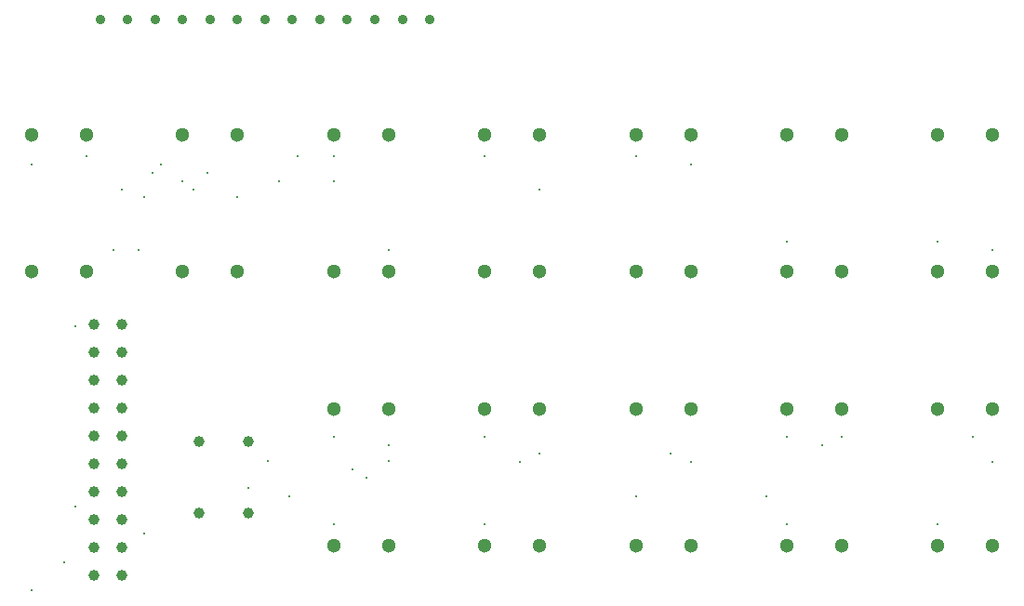
<source format=gbr>
%TF.GenerationSoftware,KiCad,Pcbnew,9.0.6*%
%TF.CreationDate,2026-01-11T11:54:54+09:00*%
%TF.ProjectId,MH01852029121Z2_MJ-HF_control,4d483031-3835-4323-9032-393132315a32,rev?*%
%TF.SameCoordinates,Original*%
%TF.FileFunction,Plated,1,2,PTH,Drill*%
%TF.FilePolarity,Positive*%
%FSLAX46Y46*%
G04 Gerber Fmt 4.6, Leading zero omitted, Abs format (unit mm)*
G04 Created by KiCad (PCBNEW 9.0.6) date 2026-01-11 11:54:54*
%MOMM*%
%LPD*%
G01*
G04 APERTURE LIST*
%TA.AperFunction,ViaDrill*%
%ADD10C,0.300000*%
%TD*%
%TA.AperFunction,ComponentDrill*%
%ADD11C,0.900000*%
%TD*%
%TA.AperFunction,ComponentDrill*%
%ADD12C,1.000000*%
%TD*%
%TA.AperFunction,ComponentDrill*%
%ADD13C,1.300000*%
%TD*%
G04 APERTURE END LIST*
D10*
X165000000Y-41500000D03*
X165000000Y-80250000D03*
X168000000Y-77699000D03*
X169000000Y-56250000D03*
X169000000Y-72619000D03*
X170000000Y-40750000D03*
X172500000Y-49250000D03*
X173250000Y-43750000D03*
X174750000Y-49250000D03*
X175250000Y-44500000D03*
X175250000Y-75121000D03*
X176000000Y-42250000D03*
X176750000Y-41500000D03*
X178750000Y-43000000D03*
X179750000Y-43750000D03*
X181000000Y-42250000D03*
X183750000Y-44500000D03*
X184750000Y-71000000D03*
X186500000Y-68500000D03*
X187500000Y-43000000D03*
X188500000Y-71750000D03*
X189250000Y-40750000D03*
X192500000Y-40750000D03*
X192500000Y-43000000D03*
X192500000Y-66294000D03*
X192500000Y-74250000D03*
X194250000Y-69250000D03*
X195500000Y-70000000D03*
X197500000Y-49250000D03*
X197500000Y-67056000D03*
X197500000Y-68500000D03*
X206250000Y-40750000D03*
X206250000Y-66294000D03*
X206250000Y-74250000D03*
X209500000Y-68580000D03*
X211250000Y-43750000D03*
X211250000Y-67818000D03*
X220000000Y-40750000D03*
X220000000Y-71750000D03*
X223139000Y-67818000D03*
X225000000Y-41500000D03*
X225000000Y-68580000D03*
X231902000Y-71755000D03*
X233750000Y-48500000D03*
X233750000Y-66294000D03*
X233750000Y-74250000D03*
X236982000Y-67056000D03*
X238750000Y-66294000D03*
X247500000Y-48500000D03*
X247500000Y-74250000D03*
X250698000Y-66294000D03*
X252500000Y-49250000D03*
X252500000Y-68580000D03*
D11*
%TO.C,J1*%
X171250000Y-28250000D03*
X173750000Y-28250000D03*
X176250000Y-28250000D03*
X178750000Y-28250000D03*
X181250000Y-28250000D03*
X183750000Y-28250000D03*
X186250000Y-28250000D03*
X188750000Y-28250000D03*
X191250000Y-28250000D03*
X193750000Y-28250000D03*
X196250000Y-28250000D03*
X198750000Y-28250000D03*
X201250000Y-28250000D03*
D12*
%TO.C,J3*%
X170710000Y-56090000D03*
X170710000Y-58630000D03*
X170710000Y-61170000D03*
X170710000Y-63710000D03*
X170710000Y-66250000D03*
X170710000Y-68790000D03*
X170710000Y-71330000D03*
X170710000Y-73870000D03*
X170710000Y-76410000D03*
X170710000Y-78950000D03*
X173250000Y-56090000D03*
X173250000Y-58630000D03*
X173250000Y-61170000D03*
X173250000Y-63710000D03*
X173250000Y-66250000D03*
X173250000Y-68790000D03*
X173250000Y-71330000D03*
X173250000Y-73870000D03*
X173250000Y-76410000D03*
X173250000Y-78950000D03*
%TO.C,SW22*%
X180250000Y-66750000D03*
X180250000Y-73250000D03*
X184750000Y-66750000D03*
X184750000Y-73250000D03*
D13*
%TO.C,SW8*%
X165000000Y-38750000D03*
X165000000Y-51250000D03*
X170000000Y-38750000D03*
X170000000Y-51250000D03*
%TO.C,SW9*%
X178750000Y-38750000D03*
X178750000Y-51250000D03*
X183750000Y-38750000D03*
X183750000Y-51250000D03*
%TO.C,SW10*%
X192500000Y-38750000D03*
X192500000Y-51250000D03*
%TO.C,SW23*%
X192500000Y-63750000D03*
X192500000Y-76250000D03*
%TO.C,SW10*%
X197500000Y-38750000D03*
X197500000Y-51250000D03*
%TO.C,SW23*%
X197500000Y-63750000D03*
X197500000Y-76250000D03*
%TO.C,SW11*%
X206250000Y-38750000D03*
X206250000Y-51250000D03*
%TO.C,SW24*%
X206250000Y-63750000D03*
X206250000Y-76250000D03*
%TO.C,SW11*%
X211250000Y-38750000D03*
X211250000Y-51250000D03*
%TO.C,SW24*%
X211250000Y-63750000D03*
X211250000Y-76250000D03*
%TO.C,SW12*%
X220000000Y-38750000D03*
X220000000Y-51250000D03*
%TO.C,SW25*%
X220000000Y-63750000D03*
X220000000Y-76250000D03*
%TO.C,SW12*%
X225000000Y-38750000D03*
X225000000Y-51250000D03*
%TO.C,SW25*%
X225000000Y-63750000D03*
X225000000Y-76250000D03*
%TO.C,SW13*%
X233750000Y-38750000D03*
X233750000Y-51250000D03*
%TO.C,SW26*%
X233750000Y-63750000D03*
X233750000Y-76250000D03*
%TO.C,SW13*%
X238750000Y-38750000D03*
X238750000Y-51250000D03*
%TO.C,SW26*%
X238750000Y-63750000D03*
X238750000Y-76250000D03*
%TO.C,SW14*%
X247500000Y-38750000D03*
X247500000Y-51250000D03*
%TO.C,SW27*%
X247500000Y-63750000D03*
X247500000Y-76250000D03*
%TO.C,SW14*%
X252500000Y-38750000D03*
X252500000Y-51250000D03*
%TO.C,SW27*%
X252500000Y-63750000D03*
X252500000Y-76250000D03*
M02*

</source>
